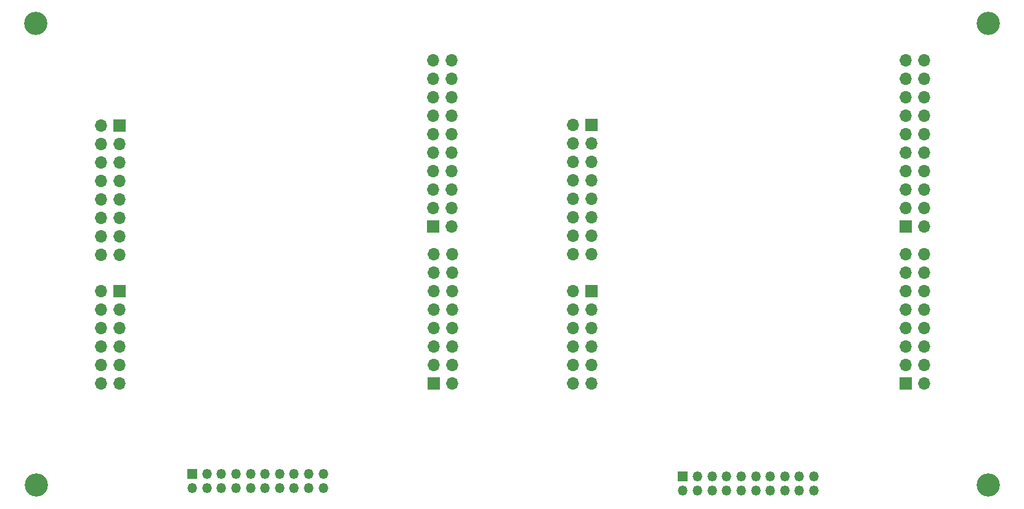
<source format=gbr>
%TF.GenerationSoftware,KiCad,Pcbnew,8.0.8*%
%TF.CreationDate,2025-10-28T14:51:58+08:00*%
%TF.ProjectId,adaptor_dual_LVPMSM,61646170-746f-4725-9f64-75616c5f4c56,rev?*%
%TF.SameCoordinates,Original*%
%TF.FileFunction,Soldermask,Top*%
%TF.FilePolarity,Negative*%
%FSLAX46Y46*%
G04 Gerber Fmt 4.6, Leading zero omitted, Abs format (unit mm)*
G04 Created by KiCad (PCBNEW 8.0.8) date 2025-10-28 14:51:58*
%MOMM*%
%LPD*%
G01*
G04 APERTURE LIST*
%ADD10R,1.700000X1.700000*%
%ADD11O,1.700000X1.700000*%
%ADD12C,3.200000*%
%ADD13R,1.350000X1.350000*%
%ADD14O,1.350000X1.350000*%
G04 APERTURE END LIST*
D10*
%TO.C,J4_M2*%
X151119600Y-67873400D03*
D11*
X148579600Y-67873400D03*
X151119600Y-70413400D03*
X148579600Y-70413400D03*
X151119600Y-72953400D03*
X148579600Y-72953400D03*
X151119600Y-75493400D03*
X148579600Y-75493400D03*
X151119600Y-78033400D03*
X148579600Y-78033400D03*
X151119600Y-80573400D03*
X148579600Y-80573400D03*
%TD*%
D10*
%TO.C,J3_M2*%
X151128000Y-44997000D03*
D11*
X148588000Y-44997000D03*
X151128000Y-47537000D03*
X148588000Y-47537000D03*
X151128000Y-50077000D03*
X148588000Y-50077000D03*
X151128000Y-52617000D03*
X148588000Y-52617000D03*
X151128000Y-55157000D03*
X148588000Y-55157000D03*
X151128000Y-57697000D03*
X148588000Y-57697000D03*
X151128000Y-60237000D03*
X148588000Y-60237000D03*
X151128000Y-62777000D03*
X148588000Y-62777000D03*
%TD*%
D12*
%TO.C,REF\u002A\u002A*%
X74868800Y-94543400D03*
%TD*%
D13*
%TO.C,J2*%
X96288800Y-92963400D03*
D14*
X96288800Y-94963400D03*
X98288800Y-92963400D03*
X98288800Y-94963400D03*
X100288800Y-92963400D03*
X100288800Y-94963400D03*
X102288800Y-92963400D03*
X102288800Y-94963400D03*
X104288800Y-92963400D03*
X104288800Y-94963400D03*
X106288800Y-92963400D03*
X106288800Y-94963400D03*
X108288800Y-92963400D03*
X108288800Y-94963400D03*
X110288800Y-92963400D03*
X110288800Y-94963400D03*
X112288800Y-92963400D03*
X112288800Y-94963400D03*
X114288800Y-92963400D03*
X114288800Y-94963400D03*
%TD*%
D10*
%TO.C,J4_M1*%
X86253000Y-67872000D03*
D11*
X83713000Y-67872000D03*
X86253000Y-70412000D03*
X83713000Y-70412000D03*
X86253000Y-72952000D03*
X83713000Y-72952000D03*
X86253000Y-75492000D03*
X83713000Y-75492000D03*
X86253000Y-78032000D03*
X83713000Y-78032000D03*
X86253000Y-80572000D03*
X83713000Y-80572000D03*
%TD*%
D10*
%TO.C,J2_M1*%
X129428000Y-58983400D03*
D11*
X131968000Y-58983400D03*
X129428000Y-56443400D03*
X131968000Y-56443400D03*
X129428000Y-53903400D03*
X131968000Y-53903400D03*
X129428000Y-51363400D03*
X131968000Y-51363400D03*
X129428000Y-48823400D03*
X131968000Y-48823400D03*
X129428000Y-46283400D03*
X131968000Y-46283400D03*
X129428000Y-43743400D03*
X131968000Y-43743400D03*
X129428000Y-41203400D03*
X131968000Y-41203400D03*
X129428000Y-38663400D03*
X131968000Y-38663400D03*
X129428000Y-36123400D03*
X131968000Y-36123400D03*
%TD*%
D12*
%TO.C,REF\u002A\u002A*%
X205666100Y-31018000D03*
%TD*%
%TO.C,REF\u002A\u002A*%
X205678800Y-94543400D03*
%TD*%
D13*
%TO.C,J1*%
X163718000Y-93305400D03*
D14*
X163718000Y-95305400D03*
X165718000Y-93305400D03*
X165718000Y-95305400D03*
X167718000Y-93305400D03*
X167718000Y-95305400D03*
X169718000Y-93305400D03*
X169718000Y-95305400D03*
X171718000Y-93305400D03*
X171718000Y-95305400D03*
X173718000Y-93305400D03*
X173718000Y-95305400D03*
X175718000Y-93305400D03*
X175718000Y-95305400D03*
X177718000Y-93305400D03*
X177718000Y-95305400D03*
X179718000Y-93305400D03*
X179718000Y-95305400D03*
X181718000Y-93305400D03*
X181718000Y-95305400D03*
%TD*%
D10*
%TO.C,J1_M1*%
X129453400Y-80548000D03*
D11*
X131993400Y-80548000D03*
X129453400Y-78008000D03*
X131993400Y-78008000D03*
X129453400Y-75468000D03*
X131993400Y-75468000D03*
X129453400Y-72928000D03*
X131993400Y-72928000D03*
X129453400Y-70388000D03*
X131993400Y-70388000D03*
X129453400Y-67848000D03*
X131993400Y-67848000D03*
X129453400Y-65308000D03*
X131993400Y-65308000D03*
X129453400Y-62768000D03*
X131993400Y-62768000D03*
%TD*%
D10*
%TO.C,J3_M1*%
X86268000Y-45027000D03*
D11*
X83728000Y-45027000D03*
X86268000Y-47567000D03*
X83728000Y-47567000D03*
X86268000Y-50107000D03*
X83728000Y-50107000D03*
X86268000Y-52647000D03*
X83728000Y-52647000D03*
X86268000Y-55187000D03*
X83728000Y-55187000D03*
X86268000Y-57727000D03*
X83728000Y-57727000D03*
X86268000Y-60267000D03*
X83728000Y-60267000D03*
X86268000Y-62807000D03*
X83728000Y-62807000D03*
%TD*%
D10*
%TO.C,J2_M2*%
X194299600Y-58983400D03*
D11*
X196839600Y-58983400D03*
X194299600Y-56443400D03*
X196839600Y-56443400D03*
X194299600Y-53903400D03*
X196839600Y-53903400D03*
X194299600Y-51363400D03*
X196839600Y-51363400D03*
X194299600Y-48823400D03*
X196839600Y-48823400D03*
X194299600Y-46283400D03*
X196839600Y-46283400D03*
X194299600Y-43743400D03*
X196839600Y-43743400D03*
X194299600Y-41203400D03*
X196839600Y-41203400D03*
X194299600Y-38663400D03*
X196839600Y-38663400D03*
X194299600Y-36123400D03*
X196839600Y-36123400D03*
%TD*%
D12*
%TO.C,REF\u002A\u002A*%
X74818000Y-31018000D03*
%TD*%
D10*
%TO.C,J1_M2*%
X194299600Y-80573400D03*
D11*
X196839600Y-80573400D03*
X194299600Y-78033400D03*
X196839600Y-78033400D03*
X194299600Y-75493400D03*
X196839600Y-75493400D03*
X194299600Y-72953400D03*
X196839600Y-72953400D03*
X194299600Y-70413400D03*
X196839600Y-70413400D03*
X194299600Y-67873400D03*
X196839600Y-67873400D03*
X194299600Y-65333400D03*
X196839600Y-65333400D03*
X194299600Y-62793400D03*
X196839600Y-62793400D03*
%TD*%
M02*

</source>
